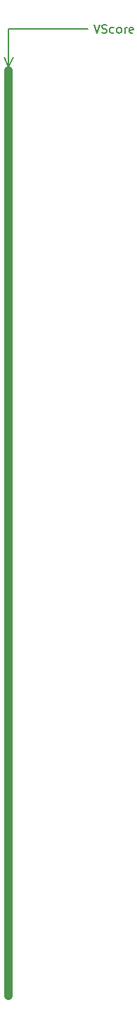
<source format=gbr>
G04 #@! TF.GenerationSoftware,KiCad,Pcbnew,8.0.2-1*
G04 #@! TF.CreationDate,2024-05-07T18:49:07+02:00*
G04 #@! TF.ProjectId,distorted_daisy,64697374-6f72-4746-9564-5f6461697379,rev?*
G04 #@! TF.SameCoordinates,Original*
G04 #@! TF.FileFunction,Other,User*
%FSLAX46Y46*%
G04 Gerber Fmt 4.6, Leading zero omitted, Abs format (unit mm)*
G04 Created by KiCad (PCBNEW 8.0.2-1) date 2024-05-07 18:49:07*
%MOMM*%
%LPD*%
G01*
G04 APERTURE LIST*
%ADD10C,0.150000*%
%ADD11C,1.000000*%
G04 APERTURE END LIST*
D10*
X100771428Y-44454819D02*
X101104761Y-45454819D01*
X101104761Y-45454819D02*
X101438094Y-44454819D01*
X101723809Y-45407200D02*
X101866666Y-45454819D01*
X101866666Y-45454819D02*
X102104761Y-45454819D01*
X102104761Y-45454819D02*
X102199999Y-45407200D01*
X102199999Y-45407200D02*
X102247618Y-45359580D01*
X102247618Y-45359580D02*
X102295237Y-45264342D01*
X102295237Y-45264342D02*
X102295237Y-45169104D01*
X102295237Y-45169104D02*
X102247618Y-45073866D01*
X102247618Y-45073866D02*
X102199999Y-45026247D01*
X102199999Y-45026247D02*
X102104761Y-44978628D01*
X102104761Y-44978628D02*
X101914285Y-44931009D01*
X101914285Y-44931009D02*
X101819047Y-44883390D01*
X101819047Y-44883390D02*
X101771428Y-44835771D01*
X101771428Y-44835771D02*
X101723809Y-44740533D01*
X101723809Y-44740533D02*
X101723809Y-44645295D01*
X101723809Y-44645295D02*
X101771428Y-44550057D01*
X101771428Y-44550057D02*
X101819047Y-44502438D01*
X101819047Y-44502438D02*
X101914285Y-44454819D01*
X101914285Y-44454819D02*
X102152380Y-44454819D01*
X102152380Y-44454819D02*
X102295237Y-44502438D01*
X103152380Y-45407200D02*
X103057142Y-45454819D01*
X103057142Y-45454819D02*
X102866666Y-45454819D01*
X102866666Y-45454819D02*
X102771428Y-45407200D01*
X102771428Y-45407200D02*
X102723809Y-45359580D01*
X102723809Y-45359580D02*
X102676190Y-45264342D01*
X102676190Y-45264342D02*
X102676190Y-44978628D01*
X102676190Y-44978628D02*
X102723809Y-44883390D01*
X102723809Y-44883390D02*
X102771428Y-44835771D01*
X102771428Y-44835771D02*
X102866666Y-44788152D01*
X102866666Y-44788152D02*
X103057142Y-44788152D01*
X103057142Y-44788152D02*
X103152380Y-44835771D01*
X103723809Y-45454819D02*
X103628571Y-45407200D01*
X103628571Y-45407200D02*
X103580952Y-45359580D01*
X103580952Y-45359580D02*
X103533333Y-45264342D01*
X103533333Y-45264342D02*
X103533333Y-44978628D01*
X103533333Y-44978628D02*
X103580952Y-44883390D01*
X103580952Y-44883390D02*
X103628571Y-44835771D01*
X103628571Y-44835771D02*
X103723809Y-44788152D01*
X103723809Y-44788152D02*
X103866666Y-44788152D01*
X103866666Y-44788152D02*
X103961904Y-44835771D01*
X103961904Y-44835771D02*
X104009523Y-44883390D01*
X104009523Y-44883390D02*
X104057142Y-44978628D01*
X104057142Y-44978628D02*
X104057142Y-45264342D01*
X104057142Y-45264342D02*
X104009523Y-45359580D01*
X104009523Y-45359580D02*
X103961904Y-45407200D01*
X103961904Y-45407200D02*
X103866666Y-45454819D01*
X103866666Y-45454819D02*
X103723809Y-45454819D01*
X104485714Y-45454819D02*
X104485714Y-44788152D01*
X104485714Y-44978628D02*
X104533333Y-44883390D01*
X104533333Y-44883390D02*
X104580952Y-44835771D01*
X104580952Y-44835771D02*
X104676190Y-44788152D01*
X104676190Y-44788152D02*
X104771428Y-44788152D01*
X105485714Y-45407200D02*
X105390476Y-45454819D01*
X105390476Y-45454819D02*
X105200000Y-45454819D01*
X105200000Y-45454819D02*
X105104762Y-45407200D01*
X105104762Y-45407200D02*
X105057143Y-45311961D01*
X105057143Y-45311961D02*
X105057143Y-44931009D01*
X105057143Y-44931009D02*
X105104762Y-44835771D01*
X105104762Y-44835771D02*
X105200000Y-44788152D01*
X105200000Y-44788152D02*
X105390476Y-44788152D01*
X105390476Y-44788152D02*
X105485714Y-44835771D01*
X105485714Y-44835771D02*
X105533333Y-44931009D01*
X105533333Y-44931009D02*
X105533333Y-45026247D01*
X105533333Y-45026247D02*
X105057143Y-45121485D01*
X90500000Y-49500000D02*
X90500000Y-45000000D01*
X90500000Y-49500000D02*
X89913579Y-48373496D01*
X90500000Y-49500000D02*
X91086421Y-48373496D01*
X90500000Y-45000000D02*
X100051190Y-45000000D01*
X90500000Y-49500000D02*
X90500000Y-45000000D01*
X90500000Y-49500000D02*
X89913579Y-48373496D01*
X90500000Y-49500000D02*
X91086421Y-48373496D01*
X90500000Y-45000000D02*
X100051190Y-45000000D01*
D11*
X90500000Y-50000000D02*
X90500000Y-161000000D01*
M02*

</source>
